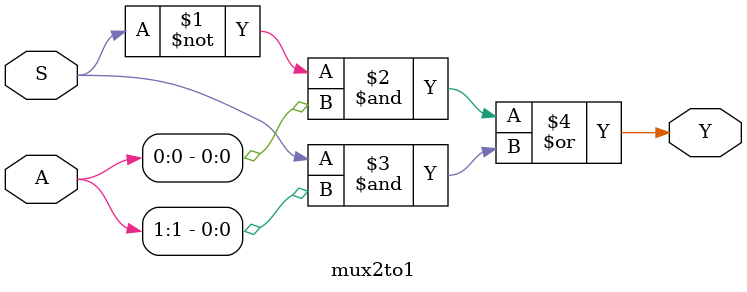
<source format=v>
module mux2to1(input [1:0] A, input S, output Y);
    assign Y= (~S & A[0]) | (S & A[1]) ;
endmodule
</source>
